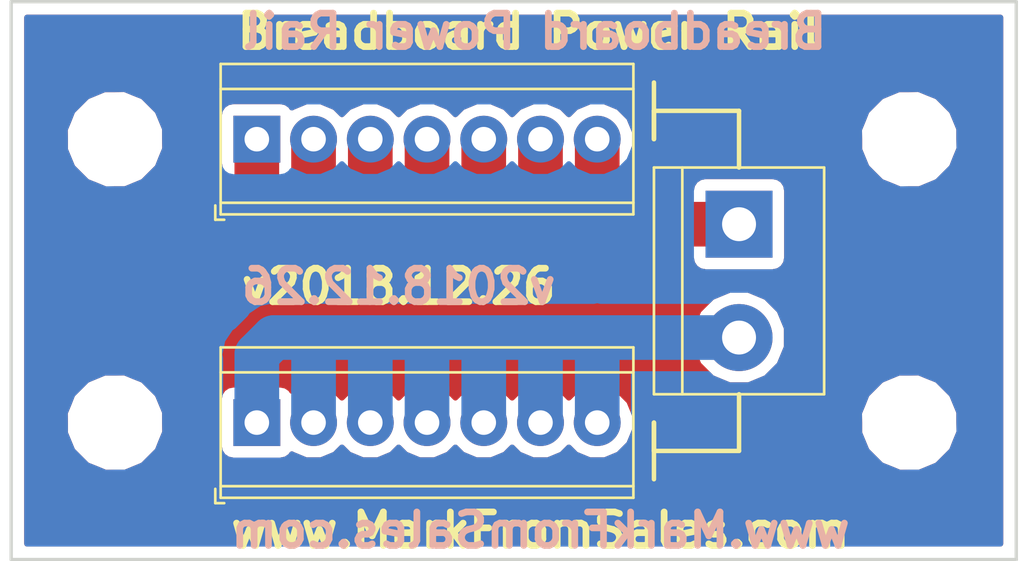
<source format=kicad_pcb>
(kicad_pcb (version 20171130) (host pcbnew "(5.0.2)-1")

  (general
    (thickness 1.6)
    (drawings 18)
    (tracks 39)
    (zones 0)
    (modules 7)
    (nets 3)
  )

  (page USLetter)
  (title_block
    (title "Breadboard Power Terminals (Small)")
    (date 2019-02-02)
    (rev 1.0)
    (company www.MarkFromSales.com)
  )

  (layers
    (0 F.Cu signal)
    (31 B.Cu signal)
    (32 B.Adhes user)
    (33 F.Adhes user)
    (34 B.Paste user)
    (35 F.Paste user)
    (36 B.SilkS user)
    (37 F.SilkS user)
    (38 B.Mask user)
    (39 F.Mask user)
    (40 Dwgs.User user)
    (41 Cmts.User user)
    (42 Eco1.User user)
    (43 Eco2.User user)
    (44 Edge.Cuts user)
    (45 Margin user)
    (46 B.CrtYd user)
    (47 F.CrtYd user)
    (48 B.Fab user)
    (49 F.Fab user)
  )

  (setup
    (last_trace_width 0.25)
    (trace_clearance 0.2)
    (zone_clearance 0.508)
    (zone_45_only no)
    (trace_min 0.2)
    (segment_width 0.2)
    (edge_width 0.15)
    (via_size 0.8)
    (via_drill 0.4)
    (via_min_size 0.4)
    (via_min_drill 0.3)
    (uvia_size 0.3)
    (uvia_drill 0.1)
    (uvias_allowed no)
    (uvia_min_size 0.2)
    (uvia_min_drill 0.1)
    (pcb_text_width 0.3)
    (pcb_text_size 1.5 1.5)
    (mod_edge_width 0.15)
    (mod_text_size 1 1)
    (mod_text_width 0.15)
    (pad_size 1.524 1.524)
    (pad_drill 0.762)
    (pad_to_mask_clearance 0.051)
    (solder_mask_min_width 0.25)
    (aux_axis_origin 0 0)
    (visible_elements 7FFFFFFF)
    (pcbplotparams
      (layerselection 0x010f0_ffffffff)
      (usegerberextensions false)
      (usegerberattributes false)
      (usegerberadvancedattributes false)
      (creategerberjobfile false)
      (excludeedgelayer true)
      (linewidth 0.100000)
      (plotframeref false)
      (viasonmask false)
      (mode 1)
      (useauxorigin false)
      (hpglpennumber 1)
      (hpglpenspeed 20)
      (hpglpendiameter 15.000000)
      (psnegative false)
      (psa4output false)
      (plotreference false)
      (plotvalue false)
      (plotinvisibletext false)
      (padsonsilk false)
      (subtractmaskfromsilk false)
      (outputformat 1)
      (mirror false)
      (drillshape 0)
      (scaleselection 1)
      (outputdirectory "Gerbers/"))
  )

  (net 0 "")
  (net 1 "Net-(J1-Pad1)")
  (net 2 "Net-(J1-Pad2)")

  (net_class Default "This is the default net class."
    (clearance 0.2)
    (trace_width 0.25)
    (via_dia 0.8)
    (via_drill 0.4)
    (uvia_dia 0.3)
    (uvia_drill 0.1)
  )

  (net_class Heavy ""
    (clearance 0.3)
    (trace_width 2)
    (via_dia 0.8)
    (via_drill 0.4)
    (uvia_dia 0.3)
    (uvia_drill 0.1)
    (add_net "Net-(J1-Pad1)")
    (add_net "Net-(J1-Pad2)")
  )

  (module TerminalBlock_TE-Connectivity:TerminalBlock_TE_282834-7_1x07_P2.54mm_Horizontal (layer F.Cu) (tedit 5C245B72) (tstamp 5C245719)
    (at 109.982 24.384)
    (descr "Terminal Block TE 282834-7, 7 pins, pitch 2.54mm, size 18.240000000000002x6.5mm^2, drill diamater 1.1mm, pad diameter 2.1mm, see http://www.te.com/commerce/DocumentDelivery/DDEController?Action=showdoc&DocId=Customer+Drawing%7F282834%7FC1%7Fpdf%7FEnglish%7FENG_CD_282834_C1.pdf, script-generated using https://github.com/pointhi/kicad-footprint-generator/scripts/TerminalBlock_TE-Connectivity")
    (tags "THT Terminal Block TE 282834-7 pitch 2.54mm size 18.240000000000002x6.5mm^2 drill 1.1mm pad 2.1mm")
    (path /5C245472)
    (fp_text reference J2 (at 7.62 -4.37) (layer F.SilkS) hide
      (effects (font (size 1 1) (thickness 0.15)))
    )
    (fp_text value Screw_Terminal_01x07 (at 7.62 4.37) (layer F.Fab)
      (effects (font (size 1 1) (thickness 0.15)))
    )
    (fp_text user %R (at 7.62 2) (layer F.Fab)
      (effects (font (size 1 1) (thickness 0.15)))
    )
    (fp_line (start 17.25 -3.75) (end -2 -3.75) (layer F.CrtYd) (width 0.05))
    (fp_line (start 17.25 3.75) (end 17.25 -3.75) (layer F.CrtYd) (width 0.05))
    (fp_line (start -2 3.75) (end 17.25 3.75) (layer F.CrtYd) (width 0.05))
    (fp_line (start -2 -3.75) (end -2 3.75) (layer F.CrtYd) (width 0.05))
    (fp_line (start -1.86 3.61) (end -1.46 3.61) (layer F.SilkS) (width 0.12))
    (fp_line (start -1.86 2.97) (end -1.86 3.61) (layer F.SilkS) (width 0.12))
    (fp_line (start 15.941 -0.835) (end 14.406 0.7) (layer F.Fab) (width 0.1))
    (fp_line (start 16.075 -0.7) (end 14.54 0.835) (layer F.Fab) (width 0.1))
    (fp_line (start 13.401 -0.835) (end 11.866 0.7) (layer F.Fab) (width 0.1))
    (fp_line (start 13.535 -0.7) (end 12 0.835) (layer F.Fab) (width 0.1))
    (fp_line (start 10.861 -0.835) (end 9.326 0.7) (layer F.Fab) (width 0.1))
    (fp_line (start 10.995 -0.7) (end 9.46 0.835) (layer F.Fab) (width 0.1))
    (fp_line (start 8.321 -0.835) (end 6.786 0.7) (layer F.Fab) (width 0.1))
    (fp_line (start 8.455 -0.7) (end 6.92 0.835) (layer F.Fab) (width 0.1))
    (fp_line (start 5.781 -0.835) (end 4.246 0.7) (layer F.Fab) (width 0.1))
    (fp_line (start 5.915 -0.7) (end 4.38 0.835) (layer F.Fab) (width 0.1))
    (fp_line (start 3.241 -0.835) (end 1.706 0.7) (layer F.Fab) (width 0.1))
    (fp_line (start 3.375 -0.7) (end 1.84 0.835) (layer F.Fab) (width 0.1))
    (fp_line (start 0.701 -0.835) (end -0.835 0.7) (layer F.Fab) (width 0.1))
    (fp_line (start 0.835 -0.7) (end -0.701 0.835) (layer F.Fab) (width 0.1))
    (fp_line (start 16.86 -3.37) (end 16.86 3.37) (layer F.SilkS) (width 0.12))
    (fp_line (start -1.62 -3.37) (end -1.62 3.37) (layer F.SilkS) (width 0.12))
    (fp_line (start -1.62 3.37) (end 16.86 3.37) (layer F.SilkS) (width 0.12))
    (fp_line (start -1.62 -3.37) (end 16.86 -3.37) (layer F.SilkS) (width 0.12))
    (fp_line (start -1.62 -2.25) (end 16.86 -2.25) (layer F.SilkS) (width 0.12))
    (fp_line (start -1.5 -2.25) (end 16.74 -2.25) (layer F.Fab) (width 0.1))
    (fp_line (start -1.62 2.85) (end 16.86 2.85) (layer F.SilkS) (width 0.12))
    (fp_line (start -1.5 2.85) (end 16.74 2.85) (layer F.Fab) (width 0.1))
    (fp_line (start -1.5 2.85) (end -1.5 -3.25) (layer F.Fab) (width 0.1))
    (fp_line (start -1.1 3.25) (end -1.5 2.85) (layer F.Fab) (width 0.1))
    (fp_line (start 16.74 3.25) (end -1.1 3.25) (layer F.Fab) (width 0.1))
    (fp_line (start 16.74 -3.25) (end 16.74 3.25) (layer F.Fab) (width 0.1))
    (fp_line (start -1.5 -3.25) (end 16.74 -3.25) (layer F.Fab) (width 0.1))
    (fp_circle (center 15.24 0) (end 16.34 0) (layer F.Fab) (width 0.1))
    (fp_circle (center 12.7 0) (end 13.8 0) (layer F.Fab) (width 0.1))
    (fp_circle (center 10.16 0) (end 11.26 0) (layer F.Fab) (width 0.1))
    (fp_circle (center 7.62 0) (end 8.72 0) (layer F.Fab) (width 0.1))
    (fp_circle (center 5.08 0) (end 6.18 0) (layer F.Fab) (width 0.1))
    (fp_circle (center 2.54 0) (end 3.64 0) (layer F.Fab) (width 0.1))
    (fp_circle (center 0 0) (end 1.1 0) (layer F.Fab) (width 0.1))
    (pad 7 thru_hole circle (at 15.24 0) (size 2.1 2.1) (drill 1.1) (layers *.Cu *.Mask)
      (net 1 "Net-(J1-Pad1)"))
    (pad 6 thru_hole circle (at 12.7 0) (size 2.1 2.1) (drill 1.1) (layers *.Cu *.Mask)
      (net 1 "Net-(J1-Pad1)"))
    (pad 5 thru_hole circle (at 10.16 0) (size 2.1 2.1) (drill 1.1) (layers *.Cu *.Mask)
      (net 1 "Net-(J1-Pad1)"))
    (pad 4 thru_hole circle (at 7.62 0) (size 2.1 2.1) (drill 1.1) (layers *.Cu *.Mask)
      (net 1 "Net-(J1-Pad1)"))
    (pad 3 thru_hole circle (at 5.08 0) (size 2.1 2.1) (drill 1.1) (layers *.Cu *.Mask)
      (net 1 "Net-(J1-Pad1)"))
    (pad 2 thru_hole circle (at 2.54 0) (size 2.1 2.1) (drill 1.1) (layers *.Cu *.Mask)
      (net 1 "Net-(J1-Pad1)"))
    (pad 1 thru_hole rect (at 0 0) (size 2.1 2.1) (drill 1.1) (layers *.Cu *.Mask)
      (net 1 "Net-(J1-Pad1)"))
    (model ${KISYS3DMOD}/TerminalBlock_TE-Connectivity.3dshapes/TerminalBlock_TE_282834-7_1x07_P2.54mm_Horizontal.wrl
      (at (xyz 0 0 0))
      (scale (xyz 1 1 1))
      (rotate (xyz 0 0 0))
    )
  )

  (module TerminalBlock_TE-Connectivity:TerminalBlock_TE_282834-7_1x07_P2.54mm_Horizontal (layer F.Cu) (tedit 5C245B75) (tstamp 5C24574D)
    (at 109.982 37.084)
    (descr "Terminal Block TE 282834-7, 7 pins, pitch 2.54mm, size 18.240000000000002x6.5mm^2, drill diamater 1.1mm, pad diameter 2.1mm, see http://www.te.com/commerce/DocumentDelivery/DDEController?Action=showdoc&DocId=Customer+Drawing%7F282834%7FC1%7Fpdf%7FEnglish%7FENG_CD_282834_C1.pdf, script-generated using https://github.com/pointhi/kicad-footprint-generator/scripts/TerminalBlock_TE-Connectivity")
    (tags "THT Terminal Block TE 282834-7 pitch 2.54mm size 18.240000000000002x6.5mm^2 drill 1.1mm pad 2.1mm")
    (path /5C24541A)
    (fp_text reference J3 (at 7.62 -4.37) (layer F.SilkS) hide
      (effects (font (size 1 1) (thickness 0.15)))
    )
    (fp_text value Screw_Terminal_01x07 (at 7.62 4.37) (layer F.Fab)
      (effects (font (size 1 1) (thickness 0.15)))
    )
    (fp_circle (center 0 0) (end 1.1 0) (layer F.Fab) (width 0.1))
    (fp_circle (center 2.54 0) (end 3.64 0) (layer F.Fab) (width 0.1))
    (fp_circle (center 5.08 0) (end 6.18 0) (layer F.Fab) (width 0.1))
    (fp_circle (center 7.62 0) (end 8.72 0) (layer F.Fab) (width 0.1))
    (fp_circle (center 10.16 0) (end 11.26 0) (layer F.Fab) (width 0.1))
    (fp_circle (center 12.7 0) (end 13.8 0) (layer F.Fab) (width 0.1))
    (fp_circle (center 15.24 0) (end 16.34 0) (layer F.Fab) (width 0.1))
    (fp_line (start -1.5 -3.25) (end 16.74 -3.25) (layer F.Fab) (width 0.1))
    (fp_line (start 16.74 -3.25) (end 16.74 3.25) (layer F.Fab) (width 0.1))
    (fp_line (start 16.74 3.25) (end -1.1 3.25) (layer F.Fab) (width 0.1))
    (fp_line (start -1.1 3.25) (end -1.5 2.85) (layer F.Fab) (width 0.1))
    (fp_line (start -1.5 2.85) (end -1.5 -3.25) (layer F.Fab) (width 0.1))
    (fp_line (start -1.5 2.85) (end 16.74 2.85) (layer F.Fab) (width 0.1))
    (fp_line (start -1.62 2.85) (end 16.86 2.85) (layer F.SilkS) (width 0.12))
    (fp_line (start -1.5 -2.25) (end 16.74 -2.25) (layer F.Fab) (width 0.1))
    (fp_line (start -1.62 -2.25) (end 16.86 -2.25) (layer F.SilkS) (width 0.12))
    (fp_line (start -1.62 -3.37) (end 16.86 -3.37) (layer F.SilkS) (width 0.12))
    (fp_line (start -1.62 3.37) (end 16.86 3.37) (layer F.SilkS) (width 0.12))
    (fp_line (start -1.62 -3.37) (end -1.62 3.37) (layer F.SilkS) (width 0.12))
    (fp_line (start 16.86 -3.37) (end 16.86 3.37) (layer F.SilkS) (width 0.12))
    (fp_line (start 0.835 -0.7) (end -0.701 0.835) (layer F.Fab) (width 0.1))
    (fp_line (start 0.701 -0.835) (end -0.835 0.7) (layer F.Fab) (width 0.1))
    (fp_line (start 3.375 -0.7) (end 1.84 0.835) (layer F.Fab) (width 0.1))
    (fp_line (start 3.241 -0.835) (end 1.706 0.7) (layer F.Fab) (width 0.1))
    (fp_line (start 5.915 -0.7) (end 4.38 0.835) (layer F.Fab) (width 0.1))
    (fp_line (start 5.781 -0.835) (end 4.246 0.7) (layer F.Fab) (width 0.1))
    (fp_line (start 8.455 -0.7) (end 6.92 0.835) (layer F.Fab) (width 0.1))
    (fp_line (start 8.321 -0.835) (end 6.786 0.7) (layer F.Fab) (width 0.1))
    (fp_line (start 10.995 -0.7) (end 9.46 0.835) (layer F.Fab) (width 0.1))
    (fp_line (start 10.861 -0.835) (end 9.326 0.7) (layer F.Fab) (width 0.1))
    (fp_line (start 13.535 -0.7) (end 12 0.835) (layer F.Fab) (width 0.1))
    (fp_line (start 13.401 -0.835) (end 11.866 0.7) (layer F.Fab) (width 0.1))
    (fp_line (start 16.075 -0.7) (end 14.54 0.835) (layer F.Fab) (width 0.1))
    (fp_line (start 15.941 -0.835) (end 14.406 0.7) (layer F.Fab) (width 0.1))
    (fp_line (start -1.86 2.97) (end -1.86 3.61) (layer F.SilkS) (width 0.12))
    (fp_line (start -1.86 3.61) (end -1.46 3.61) (layer F.SilkS) (width 0.12))
    (fp_line (start -2 -3.75) (end -2 3.75) (layer F.CrtYd) (width 0.05))
    (fp_line (start -2 3.75) (end 17.25 3.75) (layer F.CrtYd) (width 0.05))
    (fp_line (start 17.25 3.75) (end 17.25 -3.75) (layer F.CrtYd) (width 0.05))
    (fp_line (start 17.25 -3.75) (end -2 -3.75) (layer F.CrtYd) (width 0.05))
    (fp_text user %R (at 7.62 2) (layer F.Fab)
      (effects (font (size 1 1) (thickness 0.15)))
    )
    (pad 1 thru_hole rect (at 0 0) (size 2.1 2.1) (drill 1.1) (layers *.Cu *.Mask)
      (net 2 "Net-(J1-Pad2)"))
    (pad 2 thru_hole circle (at 2.54 0) (size 2.1 2.1) (drill 1.1) (layers *.Cu *.Mask)
      (net 2 "Net-(J1-Pad2)"))
    (pad 3 thru_hole circle (at 5.08 0) (size 2.1 2.1) (drill 1.1) (layers *.Cu *.Mask)
      (net 2 "Net-(J1-Pad2)"))
    (pad 4 thru_hole circle (at 7.62 0) (size 2.1 2.1) (drill 1.1) (layers *.Cu *.Mask)
      (net 2 "Net-(J1-Pad2)"))
    (pad 5 thru_hole circle (at 10.16 0) (size 2.1 2.1) (drill 1.1) (layers *.Cu *.Mask)
      (net 2 "Net-(J1-Pad2)"))
    (pad 6 thru_hole circle (at 12.7 0) (size 2.1 2.1) (drill 1.1) (layers *.Cu *.Mask)
      (net 2 "Net-(J1-Pad2)"))
    (pad 7 thru_hole circle (at 15.24 0) (size 2.1 2.1) (drill 1.1) (layers *.Cu *.Mask)
      (net 2 "Net-(J1-Pad2)"))
    (model ${KISYS3DMOD}/TerminalBlock_TE-Connectivity.3dshapes/TerminalBlock_TE_282834-7_1x07_P2.54mm_Horizontal.wrl
      (at (xyz 0 0 0))
      (scale (xyz 1 1 1))
      (rotate (xyz 0 0 0))
    )
  )

  (module MountingHole:MountingHole_3.2mm_M3 (layer F.Cu) (tedit 5C245B86) (tstamp 5C310FD6)
    (at 103.632 24.384)
    (descr "Mounting Hole 3.2mm, no annular, M3")
    (tags "mounting hole 3.2mm no annular m3")
    (path /5C2458C5)
    (attr virtual)
    (fp_text reference H1 (at 0 -4.2) (layer F.SilkS) hide
      (effects (font (size 1 1) (thickness 0.15)))
    )
    (fp_text value MountingHole (at 0 4.2) (layer F.Fab)
      (effects (font (size 1 1) (thickness 0.15)))
    )
    (fp_circle (center 0 0) (end 3.45 0) (layer F.CrtYd) (width 0.05))
    (fp_circle (center 0 0) (end 3.2 0) (layer Cmts.User) (width 0.15))
    (fp_text user %R (at 0.3 0) (layer F.Fab)
      (effects (font (size 1 1) (thickness 0.15)))
    )
    (pad 1 np_thru_hole circle (at 0 0) (size 3.2 3.2) (drill 3.2) (layers *.Cu *.Mask))
  )

  (module MountingHole:MountingHole_3.2mm_M3 (layer F.Cu) (tedit 5C245B83) (tstamp 5C310FDE)
    (at 103.632 37.084)
    (descr "Mounting Hole 3.2mm, no annular, M3")
    (tags "mounting hole 3.2mm no annular m3")
    (path /5C245835)
    (attr virtual)
    (fp_text reference H2 (at 0 -4.2) (layer F.SilkS) hide
      (effects (font (size 1 1) (thickness 0.15)))
    )
    (fp_text value MountingHole (at 0 4.2) (layer F.Fab)
      (effects (font (size 1 1) (thickness 0.15)))
    )
    (fp_text user %R (at 0.3 0) (layer F.Fab)
      (effects (font (size 1 1) (thickness 0.15)))
    )
    (fp_circle (center 0 0) (end 3.2 0) (layer Cmts.User) (width 0.15))
    (fp_circle (center 0 0) (end 3.45 0) (layer F.CrtYd) (width 0.05))
    (pad 1 np_thru_hole circle (at 0 0) (size 3.2 3.2) (drill 3.2) (layers *.Cu *.Mask))
  )

  (module MountingHole:MountingHole_3.2mm_M3 (layer F.Cu) (tedit 5C245B7B) (tstamp 5C310FE6)
    (at 139.192 24.384)
    (descr "Mounting Hole 3.2mm, no annular, M3")
    (tags "mounting hole 3.2mm no annular m3")
    (path /5C24587D)
    (attr virtual)
    (fp_text reference H3 (at 0 -4.2) (layer F.SilkS) hide
      (effects (font (size 1 1) (thickness 0.15)))
    )
    (fp_text value MountingHole (at 0 4.2) (layer F.Fab)
      (effects (font (size 1 1) (thickness 0.15)))
    )
    (fp_circle (center 0 0) (end 3.45 0) (layer F.CrtYd) (width 0.05))
    (fp_circle (center 0 0) (end 3.2 0) (layer Cmts.User) (width 0.15))
    (fp_text user %R (at 0.3 0) (layer F.Fab)
      (effects (font (size 1 1) (thickness 0.15)))
    )
    (pad 1 np_thru_hole circle (at 0 0) (size 3.2 3.2) (drill 3.2) (layers *.Cu *.Mask))
  )

  (module MountingHole:MountingHole_3.2mm_M3 (layer F.Cu) (tedit 5C245B78) (tstamp 5C310FEE)
    (at 139.192 37.084)
    (descr "Mounting Hole 3.2mm, no annular, M3")
    (tags "mounting hole 3.2mm no annular m3")
    (path /5C2458A1)
    (attr virtual)
    (fp_text reference H4 (at 0 -4.2) (layer F.SilkS) hide
      (effects (font (size 1 1) (thickness 0.15)))
    )
    (fp_text value MountingHole (at 0 4.2) (layer F.Fab)
      (effects (font (size 1 1) (thickness 0.15)))
    )
    (fp_text user %R (at 0.3 0) (layer F.Fab)
      (effects (font (size 1 1) (thickness 0.15)))
    )
    (fp_circle (center 0 0) (end 3.2 0) (layer Cmts.User) (width 0.15))
    (fp_circle (center 0 0) (end 3.45 0) (layer F.CrtYd) (width 0.05))
    (pad 1 np_thru_hole circle (at 0 0) (size 3.2 3.2) (drill 3.2) (layers *.Cu *.Mask))
  )

  (module TerminalBlock:TerminalBlock_bornier-2_P5.08mm (layer F.Cu) (tedit 5C245B7E) (tstamp 5C31116B)
    (at 131.572 28.194 270)
    (descr "simple 2-pin terminal block, pitch 5.08mm, revamped version of bornier2")
    (tags "terminal block bornier2")
    (path /5C245586)
    (fp_text reference J1 (at 2.54 -5.08 270) (layer F.SilkS) hide
      (effects (font (size 1 1) (thickness 0.15)))
    )
    (fp_text value Screw_Terminal_01x02 (at 2.54 5.08 270) (layer F.Fab)
      (effects (font (size 1 1) (thickness 0.15)))
    )
    (fp_line (start 7.79 4) (end -2.71 4) (layer F.CrtYd) (width 0.05))
    (fp_line (start 7.79 4) (end 7.79 -4) (layer F.CrtYd) (width 0.05))
    (fp_line (start -2.71 -4) (end -2.71 4) (layer F.CrtYd) (width 0.05))
    (fp_line (start -2.71 -4) (end 7.79 -4) (layer F.CrtYd) (width 0.05))
    (fp_line (start -2.54 3.81) (end 7.62 3.81) (layer F.SilkS) (width 0.12))
    (fp_line (start -2.54 -3.81) (end -2.54 3.81) (layer F.SilkS) (width 0.12))
    (fp_line (start 7.62 -3.81) (end -2.54 -3.81) (layer F.SilkS) (width 0.12))
    (fp_line (start 7.62 3.81) (end 7.62 -3.81) (layer F.SilkS) (width 0.12))
    (fp_line (start 7.62 2.54) (end -2.54 2.54) (layer F.SilkS) (width 0.12))
    (fp_line (start 7.54 -3.75) (end -2.46 -3.75) (layer F.Fab) (width 0.1))
    (fp_line (start 7.54 3.75) (end 7.54 -3.75) (layer F.Fab) (width 0.1))
    (fp_line (start -2.46 3.75) (end 7.54 3.75) (layer F.Fab) (width 0.1))
    (fp_line (start -2.46 -3.75) (end -2.46 3.75) (layer F.Fab) (width 0.1))
    (fp_line (start -2.41 2.55) (end 7.49 2.55) (layer F.Fab) (width 0.1))
    (fp_text user %R (at 2.54 0 270) (layer F.Fab)
      (effects (font (size 1 1) (thickness 0.15)))
    )
    (pad 2 thru_hole circle (at 5.08 0 270) (size 3 3) (drill 1.52) (layers *.Cu *.Mask)
      (net 2 "Net-(J1-Pad2)"))
    (pad 1 thru_hole rect (at 0 0 270) (size 3 3) (drill 1.52) (layers *.Cu *.Mask)
      (net 1 "Net-(J1-Pad1)"))
    (model ${KISYS3DMOD}/TerminalBlock.3dshapes/TerminalBlock_bornier-2_P5.08mm.wrl
      (offset (xyz 2.539999961853027 0 0))
      (scale (xyz 1 1 1))
      (rotate (xyz 0 0 0))
    )
  )

  (gr_text v2018.12.26 (at 116.332 30.988) (layer F.SilkS)
    (effects (font (size 1.5 1.5) (thickness 0.3)))
  )
  (gr_text www.MarkFromSales.com (at 122.682 41.91) (layer F.SilkS)
    (effects (font (size 1.5 1.5) (thickness 0.3)))
  )
  (gr_text "Breadboard Power Rail" (at 122.174 19.558) (layer F.SilkS)
    (effects (font (size 1.5 1.5) (thickness 0.3)))
  )
  (gr_text v2018.12.26 (at 116.332 30.988) (layer B.SilkS)
    (effects (font (size 1.5 1.5) (thickness 0.3)) (justify mirror))
  )
  (gr_text "Breadboard Power Rail" (at 122.428 19.558) (layer B.SilkS)
    (effects (font (size 1.5 1.5) (thickness 0.3)) (justify mirror))
  )
  (gr_text www.MarkFromSales.com (at 122.682 41.91) (layer B.SilkS)
    (effects (font (size 1.5 1.5) (thickness 0.3)) (justify mirror))
  )
  (gr_line (start 143.984 18.222) (end 143.984 43.222) (layer Edge.Cuts) (width 0.15) (tstamp 5C31139F))
  (gr_line (start 98.984 18.222) (end 98.984 43.222) (layer Edge.Cuts) (width 0.15) (tstamp 5C31136B))
  (gr_line (start 98.984 18.222) (end 143.984 18.222) (layer Edge.Cuts) (width 0.15) (tstamp 5C311364))
  (gr_line (start 98.984 43.222) (end 143.984 43.222) (layer Edge.Cuts) (width 0.15))
  (gr_line (start 127.762 37.084) (end 127.762 39.624) (layer F.SilkS) (width 0.2))
  (gr_line (start 127.762 38.354) (end 127.762 37.084) (layer F.SilkS) (width 0.2))
  (gr_line (start 131.572 38.354) (end 127.762 38.354) (layer F.SilkS) (width 0.2))
  (gr_line (start 131.572 35.814) (end 131.572 38.354) (layer F.SilkS) (width 0.2))
  (gr_line (start 131.572 23.114) (end 131.572 25.654) (layer F.SilkS) (width 0.2))
  (gr_line (start 127.762 23.114) (end 131.572 23.114) (layer F.SilkS) (width 0.2))
  (gr_line (start 127.762 24.384) (end 127.762 23.114) (layer F.SilkS) (width 0.2))
  (gr_line (start 127.762 21.844) (end 127.762 24.384) (layer F.SilkS) (width 0.2))

  (segment (start 109.982 27.434) (end 110.742 28.194) (width 2) (layer F.Cu) (net 1))
  (segment (start 109.982 24.384) (end 109.982 27.434) (width 2) (layer F.Cu) (net 1))
  (segment (start 128.072 28.194) (end 131.572 28.194) (width 2) (layer F.Cu) (net 1))
  (segment (start 112.522 25.868924) (end 112.522 28.194) (width 2) (layer F.Cu) (net 1))
  (segment (start 112.522 24.384) (end 112.522 25.868924) (width 2) (layer F.Cu) (net 1))
  (segment (start 110.742 28.194) (end 112.522 28.194) (width 2) (layer F.Cu) (net 1))
  (segment (start 115.062 24.384) (end 115.062 28.194) (width 2) (layer F.Cu) (net 1))
  (segment (start 112.522 28.194) (end 115.062 28.194) (width 2) (layer F.Cu) (net 1))
  (segment (start 117.602 24.384) (end 117.602 28.194) (width 2) (layer F.Cu) (net 1))
  (segment (start 115.062 28.194) (end 117.602 28.194) (width 2) (layer F.Cu) (net 1))
  (segment (start 120.142 25.868924) (end 120.142 28.194) (width 2) (layer F.Cu) (net 1))
  (segment (start 120.142 24.384) (end 120.142 25.868924) (width 2) (layer F.Cu) (net 1))
  (segment (start 117.602 28.194) (end 120.142 28.194) (width 2) (layer F.Cu) (net 1))
  (segment (start 122.682 25.868924) (end 122.682 28.194) (width 2) (layer F.Cu) (net 1))
  (segment (start 122.682 24.384) (end 122.682 25.868924) (width 2) (layer F.Cu) (net 1))
  (segment (start 120.142 28.194) (end 122.682 28.194) (width 2) (layer F.Cu) (net 1))
  (segment (start 125.222 25.868924) (end 125.222 28.194) (width 2) (layer F.Cu) (net 1))
  (segment (start 125.222 24.384) (end 125.222 25.868924) (width 2) (layer F.Cu) (net 1))
  (segment (start 122.682 28.194) (end 125.222 28.194) (width 2) (layer F.Cu) (net 1))
  (segment (start 125.222 28.194) (end 128.072 28.194) (width 2) (layer F.Cu) (net 1))
  (segment (start 109.982 34.034) (end 109.982 37.084) (width 2) (layer B.Cu) (net 2))
  (segment (start 110.742 33.274) (end 109.982 34.034) (width 2) (layer B.Cu) (net 2))
  (segment (start 112.522 35.599076) (end 112.522 33.274) (width 2) (layer B.Cu) (net 2))
  (segment (start 112.522 37.084) (end 112.522 35.599076) (width 2) (layer B.Cu) (net 2))
  (segment (start 112.522 33.274) (end 110.742 33.274) (width 2) (layer B.Cu) (net 2))
  (segment (start 115.062 35.599076) (end 115.062 33.274) (width 2) (layer B.Cu) (net 2))
  (segment (start 115.062 37.084) (end 115.062 35.599076) (width 2) (layer B.Cu) (net 2))
  (segment (start 115.062 33.274) (end 112.522 33.274) (width 2) (layer B.Cu) (net 2))
  (segment (start 117.602 35.599076) (end 117.602 33.274) (width 2) (layer B.Cu) (net 2))
  (segment (start 117.602 37.084) (end 117.602 35.599076) (width 2) (layer B.Cu) (net 2))
  (segment (start 117.602 33.274) (end 115.062 33.274) (width 2) (layer B.Cu) (net 2))
  (segment (start 120.142 35.599076) (end 120.142 33.274) (width 2) (layer B.Cu) (net 2))
  (segment (start 120.142 37.084) (end 120.142 35.599076) (width 2) (layer B.Cu) (net 2))
  (segment (start 120.142 33.274) (end 117.602 33.274) (width 2) (layer B.Cu) (net 2))
  (segment (start 122.682 37.084) (end 122.682 33.274) (width 2) (layer B.Cu) (net 2))
  (segment (start 122.682 33.274) (end 120.142 33.274) (width 2) (layer B.Cu) (net 2))
  (segment (start 125.222 37.084) (end 125.222 33.274) (width 2) (layer B.Cu) (net 2))
  (segment (start 131.572 33.274) (end 125.222 33.274) (width 2) (layer B.Cu) (net 2))
  (segment (start 125.222 33.274) (end 122.682 33.274) (width 2) (layer B.Cu) (net 2))

  (zone (net 0) (net_name "") (layer B.Cu) (tstamp 5C24624C) (hatch edge 0.508)
    (connect_pads (clearance 0.508))
    (min_thickness 0.254)
    (fill yes (arc_segments 16) (thermal_gap 0.508) (thermal_bridge_width 0.508))
    (polygon
      (pts
        (xy 99.06 18.288) (xy 144.018 18.288) (xy 144.018 43.18) (xy 99.06 43.18)
      )
    )
    (filled_polygon
      (pts
        (xy 143.274001 42.512) (xy 99.694 42.512) (xy 99.694 36.676346) (xy 101.389974 36.676346) (xy 101.397 37.10239)
        (xy 101.397 37.528569) (xy 101.40432 37.54624) (xy 101.404635 37.565363) (xy 101.71664 38.31861) (xy 101.726347 38.323682)
        (xy 101.737259 38.350026) (xy 102.365974 38.978741) (xy 102.392318 38.989653) (xy 102.39739 38.99936) (xy 102.793708 39.155914)
        (xy 103.187431 39.319) (xy 103.20656 39.319) (xy 103.224346 39.326026) (xy 103.65039 39.319) (xy 104.076569 39.319)
        (xy 104.09424 39.31168) (xy 104.113363 39.311365) (xy 104.86661 38.99936) (xy 104.871682 38.989653) (xy 104.898026 38.978741)
        (xy 105.526741 38.350026) (xy 105.537653 38.323682) (xy 105.54736 38.31861) (xy 105.703914 37.922292) (xy 105.867 37.528569)
        (xy 105.867 37.50944) (xy 105.874026 37.491654) (xy 105.867 37.06561) (xy 105.867 36.639431) (xy 105.85968 36.62176)
        (xy 105.859365 36.602637) (xy 105.623828 36.034) (xy 108.28456 36.034) (xy 108.28456 38.134) (xy 108.333843 38.381765)
        (xy 108.474191 38.591809) (xy 108.684235 38.732157) (xy 108.932 38.78144) (xy 111.032 38.78144) (xy 111.279765 38.732157)
        (xy 111.489809 38.591809) (xy 111.552715 38.497665) (xy 111.567524 38.512474) (xy 112.186833 38.769) (xy 112.857167 38.769)
        (xy 113.476476 38.512474) (xy 113.792 38.19695) (xy 114.107524 38.512474) (xy 114.726833 38.769) (xy 115.397167 38.769)
        (xy 116.016476 38.512474) (xy 116.332 38.19695) (xy 116.647524 38.512474) (xy 117.266833 38.769) (xy 117.937167 38.769)
        (xy 118.556476 38.512474) (xy 118.872 38.19695) (xy 119.187524 38.512474) (xy 119.806833 38.769) (xy 120.477167 38.769)
        (xy 121.096476 38.512474) (xy 121.412 38.19695) (xy 121.727524 38.512474) (xy 122.346833 38.769) (xy 123.017167 38.769)
        (xy 123.636476 38.512474) (xy 123.952 38.19695) (xy 124.267524 38.512474) (xy 124.886833 38.769) (xy 125.557167 38.769)
        (xy 126.176476 38.512474) (xy 126.650474 38.038476) (xy 126.907 37.419167) (xy 126.907 36.748833) (xy 126.876975 36.676346)
        (xy 136.949974 36.676346) (xy 136.957 37.10239) (xy 136.957 37.528569) (xy 136.96432 37.54624) (xy 136.964635 37.565363)
        (xy 137.27664 38.31861) (xy 137.286347 38.323682) (xy 137.297259 38.350026) (xy 137.925974 38.978741) (xy 137.952318 38.989653)
        (xy 137.95739 38.99936) (xy 138.353708 39.155914) (xy 138.747431 39.319) (xy 138.76656 39.319) (xy 138.784346 39.326026)
        (xy 139.21039 39.319) (xy 139.636569 39.319) (xy 139.65424 39.31168) (xy 139.673363 39.311365) (xy 140.42661 38.99936)
        (xy 140.431682 38.989653) (xy 140.458026 38.978741) (xy 141.086741 38.350026) (xy 141.097653 38.323682) (xy 141.10736 38.31861)
        (xy 141.263914 37.922292) (xy 141.427 37.528569) (xy 141.427 37.50944) (xy 141.434026 37.491654) (xy 141.427 37.06561)
        (xy 141.427 36.639431) (xy 141.41968 36.62176) (xy 141.419365 36.602637) (xy 141.10736 35.84939) (xy 141.097653 35.844318)
        (xy 141.086741 35.817974) (xy 140.458026 35.189259) (xy 140.431682 35.178347) (xy 140.42661 35.16864) (xy 140.030292 35.012086)
        (xy 139.636569 34.849) (xy 139.61744 34.849) (xy 139.599654 34.841974) (xy 139.17361 34.849) (xy 138.747431 34.849)
        (xy 138.72976 34.85632) (xy 138.710637 34.856635) (xy 137.95739 35.16864) (xy 137.952318 35.178347) (xy 137.925974 35.189259)
        (xy 137.297259 35.817974) (xy 137.286347 35.844318) (xy 137.27664 35.84939) (xy 137.120086 36.245708) (xy 136.957 36.639431)
        (xy 136.957 36.65856) (xy 136.949974 36.676346) (xy 126.876975 36.676346) (xy 126.857 36.628122) (xy 126.857 34.909)
        (xy 130.187654 34.909) (xy 130.36262 35.083966) (xy 131.147322 35.409) (xy 131.996678 35.409) (xy 132.78138 35.083966)
        (xy 133.381966 34.48338) (xy 133.707 33.698678) (xy 133.707 32.849322) (xy 133.381966 32.06462) (xy 132.78138 31.464034)
        (xy 131.996678 31.139) (xy 131.147322 31.139) (xy 130.36262 31.464034) (xy 130.187654 31.639) (xy 125.383031 31.639)
        (xy 125.222 31.606969) (xy 125.060969 31.639) (xy 122.843031 31.639) (xy 122.682 31.606969) (xy 122.520969 31.639)
        (xy 120.303031 31.639) (xy 120.142 31.606969) (xy 119.980969 31.639) (xy 117.763031 31.639) (xy 117.602 31.606969)
        (xy 117.440969 31.639) (xy 115.223031 31.639) (xy 115.062 31.606969) (xy 114.900969 31.639) (xy 112.683031 31.639)
        (xy 112.522 31.606969) (xy 112.360969 31.639) (xy 110.903025 31.639) (xy 110.741999 31.60697) (xy 110.580973 31.639)
        (xy 110.580969 31.639) (xy 110.104055 31.733864) (xy 109.563231 32.095231) (xy 109.472012 32.23175) (xy 108.93975 32.764012)
        (xy 108.803231 32.855231) (xy 108.441864 33.396056) (xy 108.381669 33.698678) (xy 108.314969 34.034) (xy 108.347 34.19503)
        (xy 108.347001 35.766543) (xy 108.333843 35.786235) (xy 108.28456 36.034) (xy 105.623828 36.034) (xy 105.54736 35.84939)
        (xy 105.537653 35.844318) (xy 105.526741 35.817974) (xy 104.898026 35.189259) (xy 104.871682 35.178347) (xy 104.86661 35.16864)
        (xy 104.470292 35.012086) (xy 104.076569 34.849) (xy 104.05744 34.849) (xy 104.039654 34.841974) (xy 103.61361 34.849)
        (xy 103.187431 34.849) (xy 103.16976 34.85632) (xy 103.150637 34.856635) (xy 102.39739 35.16864) (xy 102.392318 35.178347)
        (xy 102.365974 35.189259) (xy 101.737259 35.817974) (xy 101.726347 35.844318) (xy 101.71664 35.84939) (xy 101.560086 36.245708)
        (xy 101.397 36.639431) (xy 101.397 36.65856) (xy 101.389974 36.676346) (xy 99.694 36.676346) (xy 99.694 26.694)
        (xy 129.42456 26.694) (xy 129.42456 29.694) (xy 129.473843 29.941765) (xy 129.614191 30.151809) (xy 129.824235 30.292157)
        (xy 130.072 30.34144) (xy 133.072 30.34144) (xy 133.319765 30.292157) (xy 133.529809 30.151809) (xy 133.670157 29.941765)
        (xy 133.71944 29.694) (xy 133.71944 26.694) (xy 133.670157 26.446235) (xy 133.529809 26.236191) (xy 133.319765 26.095843)
        (xy 133.072 26.04656) (xy 130.072 26.04656) (xy 129.824235 26.095843) (xy 129.614191 26.236191) (xy 129.473843 26.446235)
        (xy 129.42456 26.694) (xy 99.694 26.694) (xy 99.694 23.976346) (xy 101.389974 23.976346) (xy 101.397 24.40239)
        (xy 101.397 24.828569) (xy 101.40432 24.84624) (xy 101.404635 24.865363) (xy 101.71664 25.61861) (xy 101.726347 25.623682)
        (xy 101.737259 25.650026) (xy 102.365974 26.278741) (xy 102.392318 26.289653) (xy 102.39739 26.29936) (xy 102.793708 26.455914)
        (xy 103.187431 26.619) (xy 103.20656 26.619) (xy 103.224346 26.626026) (xy 103.65039 26.619) (xy 104.076569 26.619)
        (xy 104.09424 26.61168) (xy 104.113363 26.611365) (xy 104.86661 26.29936) (xy 104.871682 26.289653) (xy 104.898026 26.278741)
        (xy 105.526741 25.650026) (xy 105.537653 25.623682) (xy 105.54736 25.61861) (xy 105.703914 25.222292) (xy 105.867 24.828569)
        (xy 105.867 24.80944) (xy 105.874026 24.791654) (xy 105.867 24.36561) (xy 105.867 23.939431) (xy 105.85968 23.92176)
        (xy 105.859365 23.902637) (xy 105.623828 23.334) (xy 108.28456 23.334) (xy 108.28456 25.434) (xy 108.333843 25.681765)
        (xy 108.474191 25.891809) (xy 108.684235 26.032157) (xy 108.932 26.08144) (xy 111.032 26.08144) (xy 111.279765 26.032157)
        (xy 111.489809 25.891809) (xy 111.552715 25.797665) (xy 111.567524 25.812474) (xy 112.186833 26.069) (xy 112.857167 26.069)
        (xy 113.476476 25.812474) (xy 113.792 25.49695) (xy 114.107524 25.812474) (xy 114.726833 26.069) (xy 115.397167 26.069)
        (xy 116.016476 25.812474) (xy 116.332 25.49695) (xy 116.647524 25.812474) (xy 117.266833 26.069) (xy 117.937167 26.069)
        (xy 118.556476 25.812474) (xy 118.872 25.49695) (xy 119.187524 25.812474) (xy 119.806833 26.069) (xy 120.477167 26.069)
        (xy 121.096476 25.812474) (xy 121.412 25.49695) (xy 121.727524 25.812474) (xy 122.346833 26.069) (xy 123.017167 26.069)
        (xy 123.636476 25.812474) (xy 123.952 25.49695) (xy 124.267524 25.812474) (xy 124.886833 26.069) (xy 125.557167 26.069)
        (xy 126.176476 25.812474) (xy 126.650474 25.338476) (xy 126.907 24.719167) (xy 126.907 24.048833) (xy 126.876975 23.976346)
        (xy 136.949974 23.976346) (xy 136.957 24.40239) (xy 136.957 24.828569) (xy 136.96432 24.84624) (xy 136.964635 24.865363)
        (xy 137.27664 25.61861) (xy 137.286347 25.623682) (xy 137.297259 25.650026) (xy 137.925974 26.278741) (xy 137.952318 26.289653)
        (xy 137.95739 26.29936) (xy 138.353708 26.455914) (xy 138.747431 26.619) (xy 138.76656 26.619) (xy 138.784346 26.626026)
        (xy 139.21039 26.619) (xy 139.636569 26.619) (xy 139.65424 26.61168) (xy 139.673363 26.611365) (xy 140.42661 26.29936)
        (xy 140.431682 26.289653) (xy 140.458026 26.278741) (xy 141.086741 25.650026) (xy 141.097653 25.623682) (xy 141.10736 25.61861)
        (xy 141.263914 25.222292) (xy 141.427 24.828569) (xy 141.427 24.80944) (xy 141.434026 24.791654) (xy 141.427 24.36561)
        (xy 141.427 23.939431) (xy 141.41968 23.92176) (xy 141.419365 23.902637) (xy 141.10736 23.14939) (xy 141.097653 23.144318)
        (xy 141.086741 23.117974) (xy 140.458026 22.489259) (xy 140.431682 22.478347) (xy 140.42661 22.46864) (xy 140.030292 22.312086)
        (xy 139.636569 22.149) (xy 139.61744 22.149) (xy 139.599654 22.141974) (xy 139.17361 22.149) (xy 138.747431 22.149)
        (xy 138.72976 22.15632) (xy 138.710637 22.156635) (xy 137.95739 22.46864) (xy 137.952318 22.478347) (xy 137.925974 22.489259)
        (xy 137.297259 23.117974) (xy 137.286347 23.144318) (xy 137.27664 23.14939) (xy 137.120086 23.545708) (xy 136.957 23.939431)
        (xy 136.957 23.95856) (xy 136.949974 23.976346) (xy 126.876975 23.976346) (xy 126.650474 23.429524) (xy 126.176476 22.955526)
        (xy 125.557167 22.699) (xy 124.886833 22.699) (xy 124.267524 22.955526) (xy 123.952 23.27105) (xy 123.636476 22.955526)
        (xy 123.017167 22.699) (xy 122.346833 22.699) (xy 121.727524 22.955526) (xy 121.412 23.27105) (xy 121.096476 22.955526)
        (xy 120.477167 22.699) (xy 119.806833 22.699) (xy 119.187524 22.955526) (xy 118.872 23.27105) (xy 118.556476 22.955526)
        (xy 117.937167 22.699) (xy 117.266833 22.699) (xy 116.647524 22.955526) (xy 116.332 23.27105) (xy 116.016476 22.955526)
        (xy 115.397167 22.699) (xy 114.726833 22.699) (xy 114.107524 22.955526) (xy 113.792 23.27105) (xy 113.476476 22.955526)
        (xy 112.857167 22.699) (xy 112.186833 22.699) (xy 111.567524 22.955526) (xy 111.552715 22.970335) (xy 111.489809 22.876191)
        (xy 111.279765 22.735843) (xy 111.032 22.68656) (xy 108.932 22.68656) (xy 108.684235 22.735843) (xy 108.474191 22.876191)
        (xy 108.333843 23.086235) (xy 108.28456 23.334) (xy 105.623828 23.334) (xy 105.54736 23.14939) (xy 105.537653 23.144318)
        (xy 105.526741 23.117974) (xy 104.898026 22.489259) (xy 104.871682 22.478347) (xy 104.86661 22.46864) (xy 104.470292 22.312086)
        (xy 104.076569 22.149) (xy 104.05744 22.149) (xy 104.039654 22.141974) (xy 103.61361 22.149) (xy 103.187431 22.149)
        (xy 103.16976 22.15632) (xy 103.150637 22.156635) (xy 102.39739 22.46864) (xy 102.392318 22.478347) (xy 102.365974 22.489259)
        (xy 101.737259 23.117974) (xy 101.726347 23.144318) (xy 101.71664 23.14939) (xy 101.560086 23.545708) (xy 101.397 23.939431)
        (xy 101.397 23.95856) (xy 101.389974 23.976346) (xy 99.694 23.976346) (xy 99.694 18.932) (xy 143.274 18.932)
      )
    )
  )
  (zone (net 0) (net_name "") (layer F.Cu) (tstamp 5C246249) (hatch edge 0.508)
    (connect_pads (clearance 0.508))
    (min_thickness 0.254)
    (fill yes (arc_segments 16) (thermal_gap 0.508) (thermal_bridge_width 0.508))
    (polygon
      (pts
        (xy 99.06 18.288) (xy 99.06 43.18) (xy 144.018 43.18) (xy 144.018 18.288)
      )
    )
    (filled_polygon
      (pts
        (xy 143.274001 42.512) (xy 99.694 42.512) (xy 99.694 36.676346) (xy 101.389974 36.676346) (xy 101.397 37.10239)
        (xy 101.397 37.528569) (xy 101.40432 37.54624) (xy 101.404635 37.565363) (xy 101.71664 38.31861) (xy 101.726347 38.323682)
        (xy 101.737259 38.350026) (xy 102.365974 38.978741) (xy 102.392318 38.989653) (xy 102.39739 38.99936) (xy 102.793708 39.155914)
        (xy 103.187431 39.319) (xy 103.20656 39.319) (xy 103.224346 39.326026) (xy 103.65039 39.319) (xy 104.076569 39.319)
        (xy 104.09424 39.31168) (xy 104.113363 39.311365) (xy 104.86661 38.99936) (xy 104.871682 38.989653) (xy 104.898026 38.978741)
        (xy 105.526741 38.350026) (xy 105.537653 38.323682) (xy 105.54736 38.31861) (xy 105.703914 37.922292) (xy 105.867 37.528569)
        (xy 105.867 37.50944) (xy 105.874026 37.491654) (xy 105.867 37.06561) (xy 105.867 36.639431) (xy 105.85968 36.62176)
        (xy 105.859365 36.602637) (xy 105.623828 36.034) (xy 108.28456 36.034) (xy 108.28456 38.134) (xy 108.333843 38.381765)
        (xy 108.474191 38.591809) (xy 108.684235 38.732157) (xy 108.932 38.78144) (xy 111.032 38.78144) (xy 111.279765 38.732157)
        (xy 111.489809 38.591809) (xy 111.552715 38.497665) (xy 111.567524 38.512474) (xy 112.186833 38.769) (xy 112.857167 38.769)
        (xy 113.476476 38.512474) (xy 113.792 38.19695) (xy 114.107524 38.512474) (xy 114.726833 38.769) (xy 115.397167 38.769)
        (xy 116.016476 38.512474) (xy 116.332 38.19695) (xy 116.647524 38.512474) (xy 117.266833 38.769) (xy 117.937167 38.769)
        (xy 118.556476 38.512474) (xy 118.872 38.19695) (xy 119.187524 38.512474) (xy 119.806833 38.769) (xy 120.477167 38.769)
        (xy 121.096476 38.512474) (xy 121.412 38.19695) (xy 121.727524 38.512474) (xy 122.346833 38.769) (xy 123.017167 38.769)
        (xy 123.636476 38.512474) (xy 123.952 38.19695) (xy 124.267524 38.512474) (xy 124.886833 38.769) (xy 125.557167 38.769)
        (xy 126.176476 38.512474) (xy 126.650474 38.038476) (xy 126.907 37.419167) (xy 126.907 36.748833) (xy 126.876975 36.676346)
        (xy 136.949974 36.676346) (xy 136.957 37.10239) (xy 136.957 37.528569) (xy 136.96432 37.54624) (xy 136.964635 37.565363)
        (xy 137.27664 38.31861) (xy 137.286347 38.323682) (xy 137.297259 38.350026) (xy 137.925974 38.978741) (xy 137.952318 38.989653)
        (xy 137.95739 38.99936) (xy 138.353708 39.155914) (xy 138.747431 39.319) (xy 138.76656 39.319) (xy 138.784346 39.326026)
        (xy 139.21039 39.319) (xy 139.636569 39.319) (xy 139.65424 39.31168) (xy 139.673363 39.311365) (xy 140.42661 38.99936)
        (xy 140.431682 38.989653) (xy 140.458026 38.978741) (xy 141.086741 38.350026) (xy 141.097653 38.323682) (xy 141.10736 38.31861)
        (xy 141.263914 37.922292) (xy 141.427 37.528569) (xy 141.427 37.50944) (xy 141.434026 37.491654) (xy 141.427 37.06561)
        (xy 141.427 36.639431) (xy 141.41968 36.62176) (xy 141.419365 36.602637) (xy 141.10736 35.84939) (xy 141.097653 35.844318)
        (xy 141.086741 35.817974) (xy 140.458026 35.189259) (xy 140.431682 35.178347) (xy 140.42661 35.16864) (xy 140.030292 35.012086)
        (xy 139.636569 34.849) (xy 139.61744 34.849) (xy 139.599654 34.841974) (xy 139.17361 34.849) (xy 138.747431 34.849)
        (xy 138.72976 34.85632) (xy 138.710637 34.856635) (xy 137.95739 35.16864) (xy 137.952318 35.178347) (xy 137.925974 35.189259)
        (xy 137.297259 35.817974) (xy 137.286347 35.844318) (xy 137.27664 35.84939) (xy 137.120086 36.245708) (xy 136.957 36.639431)
        (xy 136.957 36.65856) (xy 136.949974 36.676346) (xy 126.876975 36.676346) (xy 126.650474 36.129524) (xy 126.176476 35.655526)
        (xy 125.557167 35.399) (xy 124.886833 35.399) (xy 124.267524 35.655526) (xy 123.952 35.97105) (xy 123.636476 35.655526)
        (xy 123.017167 35.399) (xy 122.346833 35.399) (xy 121.727524 35.655526) (xy 121.412 35.97105) (xy 121.096476 35.655526)
        (xy 120.477167 35.399) (xy 119.806833 35.399) (xy 119.187524 35.655526) (xy 118.872 35.97105) (xy 118.556476 35.655526)
        (xy 117.937167 35.399) (xy 117.266833 35.399) (xy 116.647524 35.655526) (xy 116.332 35.97105) (xy 116.016476 35.655526)
        (xy 115.397167 35.399) (xy 114.726833 35.399) (xy 114.107524 35.655526) (xy 113.792 35.97105) (xy 113.476476 35.655526)
        (xy 112.857167 35.399) (xy 112.186833 35.399) (xy 111.567524 35.655526) (xy 111.552715 35.670335) (xy 111.489809 35.576191)
        (xy 111.279765 35.435843) (xy 111.032 35.38656) (xy 108.932 35.38656) (xy 108.684235 35.435843) (xy 108.474191 35.576191)
        (xy 108.333843 35.786235) (xy 108.28456 36.034) (xy 105.623828 36.034) (xy 105.54736 35.84939) (xy 105.537653 35.844318)
        (xy 105.526741 35.817974) (xy 104.898026 35.189259) (xy 104.871682 35.178347) (xy 104.86661 35.16864) (xy 104.470292 35.012086)
        (xy 104.076569 34.849) (xy 104.05744 34.849) (xy 104.039654 34.841974) (xy 103.61361 34.849) (xy 103.187431 34.849)
        (xy 103.16976 34.85632) (xy 103.150637 34.856635) (xy 102.39739 35.16864) (xy 102.392318 35.178347) (xy 102.365974 35.189259)
        (xy 101.737259 35.817974) (xy 101.726347 35.844318) (xy 101.71664 35.84939) (xy 101.560086 36.245708) (xy 101.397 36.639431)
        (xy 101.397 36.65856) (xy 101.389974 36.676346) (xy 99.694 36.676346) (xy 99.694 32.849322) (xy 129.437 32.849322)
        (xy 129.437 33.698678) (xy 129.762034 34.48338) (xy 130.36262 35.083966) (xy 131.147322 35.409) (xy 131.996678 35.409)
        (xy 132.78138 35.083966) (xy 133.381966 34.48338) (xy 133.707 33.698678) (xy 133.707 32.849322) (xy 133.381966 32.06462)
        (xy 132.78138 31.464034) (xy 131.996678 31.139) (xy 131.147322 31.139) (xy 130.36262 31.464034) (xy 129.762034 32.06462)
        (xy 129.437 32.849322) (xy 99.694 32.849322) (xy 99.694 23.976346) (xy 101.389974 23.976346) (xy 101.397 24.40239)
        (xy 101.397 24.828569) (xy 101.40432 24.84624) (xy 101.404635 24.865363) (xy 101.71664 25.61861) (xy 101.726347 25.623682)
        (xy 101.737259 25.650026) (xy 102.365974 26.278741) (xy 102.392318 26.289653) (xy 102.39739 26.29936) (xy 102.793708 26.455914)
        (xy 103.187431 26.619) (xy 103.20656 26.619) (xy 103.224346 26.626026) (xy 103.65039 26.619) (xy 104.076569 26.619)
        (xy 104.09424 26.61168) (xy 104.113363 26.611365) (xy 104.86661 26.29936) (xy 104.871682 26.289653) (xy 104.898026 26.278741)
        (xy 105.526741 25.650026) (xy 105.537653 25.623682) (xy 105.54736 25.61861) (xy 105.703914 25.222292) (xy 105.867 24.828569)
        (xy 105.867 24.80944) (xy 105.874026 24.791654) (xy 105.867 24.36561) (xy 105.867 23.939431) (xy 105.85968 23.92176)
        (xy 105.859365 23.902637) (xy 105.623828 23.334) (xy 108.28456 23.334) (xy 108.28456 25.434) (xy 108.333843 25.681765)
        (xy 108.347 25.701456) (xy 108.347001 27.272966) (xy 108.314969 27.434) (xy 108.441865 28.071945) (xy 108.803232 28.612769)
        (xy 108.939748 28.703986) (xy 109.472012 29.23625) (xy 109.563231 29.372769) (xy 110.104055 29.734136) (xy 110.580969 29.829)
        (xy 110.580973 29.829) (xy 110.741999 29.86103) (xy 110.903025 29.829) (xy 112.360969 29.829) (xy 112.522 29.861031)
        (xy 112.683031 29.829) (xy 114.900969 29.829) (xy 115.062 29.861031) (xy 115.223031 29.829) (xy 117.440969 29.829)
        (xy 117.602 29.861031) (xy 117.763031 29.829) (xy 119.980969 29.829) (xy 120.142 29.861031) (xy 120.303031 29.829)
        (xy 122.520969 29.829) (xy 122.682 29.861031) (xy 122.843031 29.829) (xy 125.060969 29.829) (xy 125.222 29.861031)
        (xy 125.383031 29.829) (xy 129.451413 29.829) (xy 129.473843 29.941765) (xy 129.614191 30.151809) (xy 129.824235 30.292157)
        (xy 130.072 30.34144) (xy 133.072 30.34144) (xy 133.319765 30.292157) (xy 133.529809 30.151809) (xy 133.670157 29.941765)
        (xy 133.71944 29.694) (xy 133.71944 26.694) (xy 133.670157 26.446235) (xy 133.529809 26.236191) (xy 133.319765 26.095843)
        (xy 133.072 26.04656) (xy 130.072 26.04656) (xy 129.824235 26.095843) (xy 129.614191 26.236191) (xy 129.473843 26.446235)
        (xy 129.451413 26.559) (xy 126.857 26.559) (xy 126.857 24.839878) (xy 126.907 24.719167) (xy 126.907 24.048833)
        (xy 126.876975 23.976346) (xy 136.949974 23.976346) (xy 136.957 24.40239) (xy 136.957 24.828569) (xy 136.96432 24.84624)
        (xy 136.964635 24.865363) (xy 137.27664 25.61861) (xy 137.286347 25.623682) (xy 137.297259 25.650026) (xy 137.925974 26.278741)
        (xy 137.952318 26.289653) (xy 137.95739 26.29936) (xy 138.353708 26.455914) (xy 138.747431 26.619) (xy 138.76656 26.619)
        (xy 138.784346 26.626026) (xy 139.21039 26.619) (xy 139.636569 26.619) (xy 139.65424 26.61168) (xy 139.673363 26.611365)
        (xy 140.42661 26.29936) (xy 140.431682 26.289653) (xy 140.458026 26.278741) (xy 141.086741 25.650026) (xy 141.097653 25.623682)
        (xy 141.10736 25.61861) (xy 141.263914 25.222292) (xy 141.427 24.828569) (xy 141.427 24.80944) (xy 141.434026 24.791654)
        (xy 141.427 24.36561) (xy 141.427 23.939431) (xy 141.41968 23.92176) (xy 141.419365 23.902637) (xy 141.10736 23.14939)
        (xy 141.097653 23.144318) (xy 141.086741 23.117974) (xy 140.458026 22.489259) (xy 140.431682 22.478347) (xy 140.42661 22.46864)
        (xy 140.030292 22.312086) (xy 139.636569 22.149) (xy 139.61744 22.149) (xy 139.599654 22.141974) (xy 139.17361 22.149)
        (xy 138.747431 22.149) (xy 138.72976 22.15632) (xy 138.710637 22.156635) (xy 137.95739 22.46864) (xy 137.952318 22.478347)
        (xy 137.925974 22.489259) (xy 137.297259 23.117974) (xy 137.286347 23.144318) (xy 137.27664 23.14939) (xy 137.120086 23.545708)
        (xy 136.957 23.939431) (xy 136.957 23.95856) (xy 136.949974 23.976346) (xy 126.876975 23.976346) (xy 126.650474 23.429524)
        (xy 126.176476 22.955526) (xy 125.557167 22.699) (xy 124.886833 22.699) (xy 124.267524 22.955526) (xy 123.952 23.27105)
        (xy 123.636476 22.955526) (xy 123.017167 22.699) (xy 122.346833 22.699) (xy 121.727524 22.955526) (xy 121.412 23.27105)
        (xy 121.096476 22.955526) (xy 120.477167 22.699) (xy 119.806833 22.699) (xy 119.187524 22.955526) (xy 118.872 23.27105)
        (xy 118.556476 22.955526) (xy 117.937167 22.699) (xy 117.266833 22.699) (xy 116.647524 22.955526) (xy 116.332 23.27105)
        (xy 116.016476 22.955526) (xy 115.397167 22.699) (xy 114.726833 22.699) (xy 114.107524 22.955526) (xy 113.792 23.27105)
        (xy 113.476476 22.955526) (xy 112.857167 22.699) (xy 112.186833 22.699) (xy 111.567524 22.955526) (xy 111.552715 22.970335)
        (xy 111.489809 22.876191) (xy 111.279765 22.735843) (xy 111.032 22.68656) (xy 108.932 22.68656) (xy 108.684235 22.735843)
        (xy 108.474191 22.876191) (xy 108.333843 23.086235) (xy 108.28456 23.334) (xy 105.623828 23.334) (xy 105.54736 23.14939)
        (xy 105.537653 23.144318) (xy 105.526741 23.117974) (xy 104.898026 22.489259) (xy 104.871682 22.478347) (xy 104.86661 22.46864)
        (xy 104.470292 22.312086) (xy 104.076569 22.149) (xy 104.05744 22.149) (xy 104.039654 22.141974) (xy 103.61361 22.149)
        (xy 103.187431 22.149) (xy 103.16976 22.15632) (xy 103.150637 22.156635) (xy 102.39739 22.46864) (xy 102.392318 22.478347)
        (xy 102.365974 22.489259) (xy 101.737259 23.117974) (xy 101.726347 23.144318) (xy 101.71664 23.14939) (xy 101.560086 23.545708)
        (xy 101.397 23.939431) (xy 101.397 23.95856) (xy 101.389974 23.976346) (xy 99.694 23.976346) (xy 99.694 18.932)
        (xy 143.274 18.932)
      )
    )
  )
)

</source>
